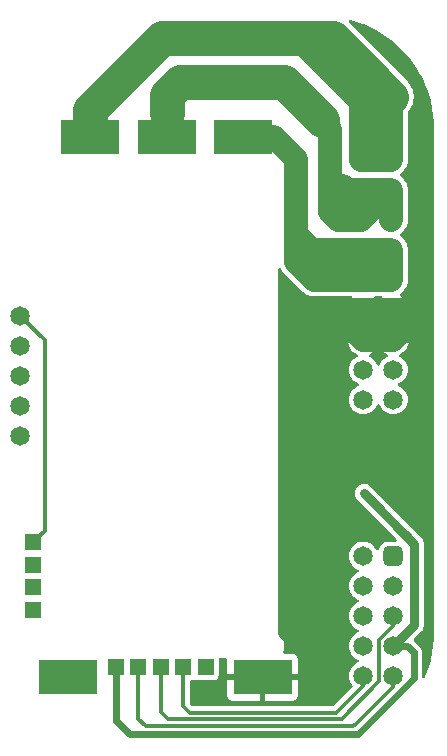
<source format=gtl>
%TF.GenerationSoftware,KiCad,Pcbnew,8.0.6*%
%TF.CreationDate,2024-11-11T21:44:25+01:00*%
%TF.ProjectId,Motor_Driver_carrier_board,4d6f746f-725f-4447-9269-7665725f6361,rev?*%
%TF.SameCoordinates,Original*%
%TF.FileFunction,Copper,L1,Top*%
%TF.FilePolarity,Positive*%
%FSLAX46Y46*%
G04 Gerber Fmt 4.6, Leading zero omitted, Abs format (unit mm)*
G04 Created by KiCad (PCBNEW 8.0.6) date 2024-11-11 21:44:25*
%MOMM*%
%LPD*%
G01*
G04 APERTURE LIST*
G04 Aperture macros list*
%AMRoundRect*
0 Rectangle with rounded corners*
0 $1 Rounding radius*
0 $2 $3 $4 $5 $6 $7 $8 $9 X,Y pos of 4 corners*
0 Add a 4 corners polygon primitive as box body*
4,1,4,$2,$3,$4,$5,$6,$7,$8,$9,$2,$3,0*
0 Add four circle primitives for the rounded corners*
1,1,$1+$1,$2,$3*
1,1,$1+$1,$4,$5*
1,1,$1+$1,$6,$7*
1,1,$1+$1,$8,$9*
0 Add four rect primitives between the rounded corners*
20,1,$1+$1,$2,$3,$4,$5,0*
20,1,$1+$1,$4,$5,$6,$7,0*
20,1,$1+$1,$6,$7,$8,$9,0*
20,1,$1+$1,$8,$9,$2,$3,0*%
G04 Aperture macros list end*
%TA.AperFunction,SMDPad,CuDef*%
%ADD10R,5.000000X3.000000*%
%TD*%
%TA.AperFunction,ComponentPad*%
%ADD11C,1.650000*%
%TD*%
%TA.AperFunction,SMDPad,CuDef*%
%ADD12R,1.400000X1.400000*%
%TD*%
%TA.AperFunction,ComponentPad*%
%ADD13RoundRect,0.412500X0.412500X-0.412500X0.412500X0.412500X-0.412500X0.412500X-0.412500X-0.412500X0*%
%TD*%
%TA.AperFunction,ViaPad*%
%ADD14C,1.200000*%
%TD*%
%TA.AperFunction,ViaPad*%
%ADD15C,0.600000*%
%TD*%
%TA.AperFunction,Conductor*%
%ADD16C,2.000000*%
%TD*%
%TA.AperFunction,Conductor*%
%ADD17C,0.300000*%
%TD*%
%TA.AperFunction,Conductor*%
%ADD18C,3.000000*%
%TD*%
%TA.AperFunction,Conductor*%
%ADD19C,0.800000*%
%TD*%
%TA.AperFunction,Conductor*%
%ADD20C,0.600000*%
%TD*%
%ADD21C,0.350000*%
%ADD22C,0.300000*%
G04 APERTURE END LIST*
D10*
%TO.P,OUT1,1*%
%TO.N,OUT1*%
X127675000Y-46950000D03*
%TD*%
D11*
%TO.P,J3,1,1*%
%TO.N,SWDIO*%
X121800000Y-62120000D03*
%TO.P,J3,2,2*%
%TO.N,SWCLK*%
X121800000Y-64660000D03*
%TO.P,J3,3,3*%
%TO.N,3.3V*%
X121800000Y-67200000D03*
%TO.P,J3,4,4*%
%TO.N,GND*%
X121800000Y-69740000D03*
%TO.P,J3,5,5*%
X121800000Y-72280000D03*
%TD*%
D12*
%TO.P,5V,1*%
%TO.N,5V*%
X129875000Y-91875000D03*
%TD*%
%TO.P,GND,1*%
%TO.N,UART_GND*%
X137475000Y-91875000D03*
%TD*%
D10*
%TO.P,+24V,1*%
%TO.N,24V*%
X142300000Y-92700000D03*
%TD*%
%TO.P,-24V,1*%
%TO.N,GND*%
X125800000Y-92700000D03*
%TD*%
%TO.P,OUT3,1*%
%TO.N,OUT3*%
X140675000Y-46950000D03*
%TD*%
%TO.P,OUT2,1*%
%TO.N,OUT2*%
X134175000Y-46950000D03*
%TD*%
D12*
%TO.P,PWM,1*%
%TO.N,PWM*%
X135575000Y-91875000D03*
%TD*%
D13*
%TO.P,P2,1,1*%
%TO.N,OUT1*%
X153375000Y-46350000D03*
D11*
%TO.P,P2,2,2*%
X150835000Y-46350000D03*
%TO.P,P2,3,3*%
X153375000Y-48890000D03*
%TO.P,P2,4,4*%
X150835000Y-48890000D03*
%TO.P,P2,5,5*%
%TO.N,OUT2*%
X153375000Y-51430000D03*
%TO.P,P2,6,6*%
X150835000Y-51430000D03*
%TO.P,P2,7,7*%
X153375000Y-53970000D03*
%TO.P,P2,8,8*%
X150835000Y-53970000D03*
%TO.P,P2,9,9*%
%TO.N,OUT3*%
X153375000Y-56510000D03*
%TO.P,P2,10,10*%
X150835000Y-56510000D03*
%TO.P,P2,11,11*%
X153375000Y-59050000D03*
%TO.P,P2,12,12*%
X150835000Y-59050000D03*
%TO.P,P2,13,13*%
%TO.N,24V*%
X153375000Y-61590000D03*
%TO.P,P2,14,14*%
X150835000Y-61590000D03*
%TO.P,P2,15,15*%
X153375000Y-64130000D03*
%TO.P,P2,16,16*%
X150835000Y-64130000D03*
%TO.P,P2,17,17*%
%TO.N,GND*%
X153375000Y-66670000D03*
%TO.P,P2,18,18*%
X150835000Y-66670000D03*
%TO.P,P2,19,19*%
X153375000Y-69210000D03*
%TO.P,P2,20,20*%
X150835000Y-69210000D03*
D13*
%TO.P,P2,21,21*%
%TO.N,H2*%
X153375000Y-82450000D03*
D11*
%TO.P,P2,22,22*%
%TO.N,H3*%
X150835000Y-82450000D03*
%TO.P,P2,23,23*%
%TO.N,H1*%
X153375000Y-84990000D03*
%TO.P,P2,24,24*%
%TO.N,5V*%
X150835000Y-84990000D03*
%TO.P,P2,25,25*%
%TO.N,RX*%
X153375000Y-87530000D03*
%TO.P,P2,26,26*%
%TO.N,GND*%
X150835000Y-87530000D03*
%TO.P,P2,27,27*%
%TO.N,5V*%
X153375000Y-90070000D03*
%TO.P,P2,28,28*%
%TO.N,GND*%
X150835000Y-90070000D03*
%TO.P,P2,29,29*%
%TO.N,TX*%
X153375000Y-92610000D03*
%TO.P,P2,30,30*%
%TO.N,PWM*%
X150835000Y-92610000D03*
%TD*%
D12*
%TO.P,SWDIO,1*%
%TO.N,SWDIO*%
X122900000Y-81300000D03*
%TD*%
%TO.P,TX,1*%
%TO.N,TX*%
X131775000Y-91875000D03*
%TD*%
%TO.P,GND,1*%
%TO.N,GND*%
X122900000Y-87000000D03*
%TD*%
%TO.P,SWCLK,1*%
%TO.N,SWCLK*%
X122900000Y-83200000D03*
%TD*%
%TO.P,+3.3V,1*%
%TO.N,3.3V*%
X122900000Y-85100000D03*
%TD*%
%TO.P,RX,1*%
%TO.N,RX*%
X133675000Y-91875000D03*
%TD*%
D14*
%TO.N,GND*%
X124110000Y-91920000D03*
X125790000Y-91910000D03*
X127440000Y-91950000D03*
X127440000Y-93370000D03*
X124110000Y-93360000D03*
D15*
X122900000Y-87000000D03*
D14*
X125800000Y-93300000D03*
D15*
%TO.N,3.3V*%
X122900000Y-85100000D03*
%TO.N,SWCLK*%
X122900000Y-83200000D03*
%TO.N,5V*%
X150900000Y-77150000D03*
%TD*%
D16*
%TO.N,24V*%
X155140000Y-61590000D02*
X155180000Y-61550000D01*
X153375000Y-61590000D02*
X155140000Y-61590000D01*
X155180000Y-61550000D02*
X155180000Y-62325000D01*
X155180000Y-62325000D02*
X153375000Y-64130000D01*
X148830000Y-61590000D02*
X148670000Y-61750000D01*
X150835000Y-61590000D02*
X148830000Y-61590000D01*
X148670000Y-61750000D02*
X148670000Y-61965000D01*
X148670000Y-61965000D02*
X150835000Y-64130000D01*
X153375000Y-64130000D02*
X150835000Y-61590000D01*
X150835000Y-64130000D02*
X153375000Y-61590000D01*
X153375000Y-64130000D02*
X150835000Y-64130000D01*
X150835000Y-61590000D02*
X153375000Y-61590000D01*
%TO.N,GND*%
X125800000Y-92700000D02*
X124900000Y-92700000D01*
D17*
%TO.N,SWDIO*%
X123900000Y-72019584D02*
X123844500Y-71964084D01*
X123844500Y-71964084D02*
X123844500Y-64164500D01*
X123844500Y-64164500D02*
X121800000Y-62120000D01*
X123900000Y-80200416D02*
X123900000Y-72019584D01*
X122900000Y-81300000D02*
X123863550Y-80336450D01*
X123863550Y-80336450D02*
X123900000Y-80200416D01*
%TO.N,UART_GND*%
X137475000Y-91875000D02*
X137650000Y-92050000D01*
X137475000Y-91875000D02*
X137475000Y-91825000D01*
X137475000Y-91825000D02*
X137500000Y-91800000D01*
D16*
%TO.N,OUT3*%
X145173026Y-57573026D02*
X145750000Y-58150000D01*
X143307361Y-46950000D02*
X140675000Y-46950000D01*
X150660000Y-59050000D02*
X153200000Y-56510000D01*
X145173026Y-48815665D02*
X143307361Y-46950000D01*
X153200000Y-56510000D02*
X153200000Y-59050000D01*
X145750000Y-58150000D02*
X148950000Y-58150000D01*
X145173026Y-55200000D02*
X145173026Y-48815665D01*
X146650000Y-59050000D02*
X145173026Y-57573026D01*
X150660000Y-57810000D02*
X150660000Y-56510000D01*
X150660000Y-59050000D02*
X146650000Y-59050000D01*
X145173026Y-57573026D02*
X145173026Y-55200000D01*
X146483026Y-56510000D02*
X145173026Y-55200000D01*
X150660000Y-56510000D02*
X146483026Y-56510000D01*
X151280000Y-58430000D02*
X150660000Y-57810000D01*
X153200000Y-59050000D02*
X150660000Y-59050000D01*
X150660000Y-56510000D02*
X153200000Y-56510000D01*
D18*
%TO.N,OUT1*%
X153200000Y-43550000D02*
X148250000Y-38600000D01*
X148250000Y-38600000D02*
X145900000Y-38600000D01*
D16*
X153200000Y-48890000D02*
X153200000Y-46350000D01*
D18*
X150660000Y-43360000D02*
X145900000Y-38600000D01*
D16*
X153200000Y-43550000D02*
X152100000Y-44650000D01*
X153200000Y-43550000D02*
X153200000Y-46350000D01*
X150660000Y-48890000D02*
X153200000Y-48890000D01*
D18*
X127675000Y-44725000D02*
X127675000Y-45225000D01*
D16*
X127675000Y-46950000D02*
X127675000Y-45225000D01*
X150660000Y-46350000D02*
X150660000Y-43360000D01*
D18*
X145900000Y-38600000D02*
X133800000Y-38600000D01*
D16*
X152100000Y-44650000D02*
X151800000Y-44650000D01*
D18*
X133800000Y-38600000D02*
X127675000Y-44725000D01*
D16*
X150660000Y-46350000D02*
X150660000Y-48890000D01*
X153200000Y-46350000D02*
X150660000Y-48890000D01*
X153200000Y-46350000D02*
X150660000Y-46350000D01*
%TO.N,OUT2*%
X148050000Y-53300000D02*
X148050000Y-46250000D01*
D18*
X135300000Y-42300000D02*
X144100000Y-42300000D01*
D16*
X150660000Y-51430000D02*
X150660000Y-53970000D01*
X150660000Y-51430000D02*
X153200000Y-51430000D01*
X149400000Y-51400000D02*
X149400000Y-52550000D01*
X150660000Y-53970000D02*
X148720000Y-53970000D01*
D18*
X134175000Y-43425000D02*
X135300000Y-42300000D01*
D16*
X149100000Y-51100000D02*
X149400000Y-51400000D01*
X134175000Y-46950000D02*
X134175000Y-44975000D01*
D18*
X134175000Y-44975000D02*
X134175000Y-43425000D01*
D16*
X150660000Y-51430000D02*
X149430000Y-51430000D01*
X153200000Y-51430000D02*
X153200000Y-53970000D01*
X148720000Y-53970000D02*
X148050000Y-53300000D01*
X149430000Y-51430000D02*
X149100000Y-51100000D01*
D18*
X144100000Y-42300000D02*
X147300000Y-45500000D01*
D16*
X150660000Y-53970000D02*
X153200000Y-51430000D01*
D17*
%TO.N,TX*%
X149879420Y-96850000D02*
X150132102Y-96767898D01*
X150132102Y-96767898D02*
X153375000Y-93525000D01*
X131775000Y-91875000D02*
X131775000Y-96225000D01*
X132400000Y-96850000D02*
X149879420Y-96850000D01*
X131775000Y-96225000D02*
X132400000Y-96850000D01*
X153375000Y-93525000D02*
X153375000Y-92610000D01*
D16*
%TO.N,24V*%
X142300000Y-92700000D02*
X143357362Y-92700000D01*
D17*
%TO.N,PWM*%
X135575000Y-95125000D02*
X136150000Y-95700000D01*
X135575000Y-91875000D02*
X135575000Y-95125000D01*
X150835000Y-93415000D02*
X150835000Y-92610000D01*
X148550000Y-95700000D02*
X150835000Y-93415000D01*
X136150000Y-95700000D02*
X148550000Y-95700000D01*
D19*
%TO.N,5V*%
X155150000Y-81400000D02*
X154325000Y-80575000D01*
D20*
X150346652Y-97553348D02*
X155100000Y-92800000D01*
X129875000Y-96375000D02*
X131053348Y-97553348D01*
X129875000Y-91875000D02*
X129875000Y-96375000D01*
X131053348Y-97553348D02*
X150346652Y-97553348D01*
D19*
X155150000Y-81400000D02*
X155150000Y-82200000D01*
D20*
X154570000Y-90070000D02*
X153375000Y-90070000D01*
X155100000Y-92800000D02*
X155100000Y-90600000D01*
D19*
X155150000Y-88295000D02*
X155150000Y-81400000D01*
X150900000Y-77150000D02*
X155150000Y-81400000D01*
D20*
X155100000Y-90600000D02*
X154570000Y-90070000D01*
D19*
X153375000Y-90070000D02*
X155150000Y-88295000D01*
D17*
%TO.N,RX*%
X153375000Y-88375000D02*
X153375000Y-87530000D01*
X148988123Y-96250000D02*
X152200000Y-93038123D01*
X134300000Y-96250000D02*
X148988123Y-96250000D01*
X133675000Y-91875000D02*
X133675000Y-95625000D01*
X133675000Y-95625000D02*
X134300000Y-96250000D01*
X152200000Y-89550000D02*
X153375000Y-88375000D01*
X152200000Y-93038123D02*
X152200000Y-89550000D01*
%TO.N,H2*%
X153150000Y-82225000D02*
X153375000Y-82450000D01*
%TD*%
%TA.AperFunction,Conductor*%
%TO.N,24V*%
G36*
X149733331Y-37066241D02*
G01*
X150283404Y-37228488D01*
X150290758Y-37230910D01*
X150845350Y-37433010D01*
X150852532Y-37435885D01*
X151393414Y-37672312D01*
X151400416Y-37675639D01*
X151925419Y-37945449D01*
X151932167Y-37949188D01*
X152403219Y-38229859D01*
X152439259Y-38251333D01*
X152445801Y-38255514D01*
X152932953Y-38588785D01*
X152939213Y-38593361D01*
X153404582Y-38956494D01*
X153410551Y-38961460D01*
X153852255Y-39352989D01*
X153857880Y-39358298D01*
X154058712Y-39560131D01*
X154274226Y-39776720D01*
X154279523Y-39782388D01*
X154535352Y-40073910D01*
X154668853Y-40226038D01*
X154673790Y-40232033D01*
X155034590Y-40699187D01*
X155039142Y-40705478D01*
X155369985Y-41194283D01*
X155374134Y-41200846D01*
X155673743Y-41709418D01*
X155677473Y-41716229D01*
X155944659Y-42242552D01*
X155947955Y-42249583D01*
X156181667Y-42791583D01*
X156184517Y-42798806D01*
X156383854Y-43354391D01*
X156386246Y-43361779D01*
X156550412Y-43928737D01*
X156552337Y-43936260D01*
X156680694Y-44512381D01*
X156682145Y-44520009D01*
X156774192Y-45103051D01*
X156775162Y-45110755D01*
X156830534Y-45698404D01*
X156831020Y-45706155D01*
X156849561Y-46298045D01*
X156849622Y-46301927D01*
X156849500Y-88834106D01*
X156849500Y-88898046D01*
X156849439Y-88901941D01*
X156830877Y-89492582D01*
X156830388Y-89500356D01*
X156774959Y-90086732D01*
X156773982Y-90094461D01*
X156681849Y-90676169D01*
X156680390Y-90683821D01*
X156551903Y-91258638D01*
X156549965Y-91266183D01*
X156385648Y-91831765D01*
X156383241Y-91839174D01*
X156183735Y-92393323D01*
X156180868Y-92400565D01*
X156038302Y-92730017D01*
X155993612Y-92783725D01*
X155926979Y-92804746D01*
X155859559Y-92786406D01*
X155812758Y-92734527D01*
X155800500Y-92680771D01*
X155800500Y-90531004D01*
X155773581Y-90395677D01*
X155773580Y-90395676D01*
X155773580Y-90395672D01*
X155753523Y-90347251D01*
X155720775Y-90268189D01*
X155644114Y-90153457D01*
X155644112Y-90153454D01*
X155644111Y-90153453D01*
X155121548Y-89630891D01*
X155088063Y-89569568D01*
X155093047Y-89499877D01*
X155121548Y-89455529D01*
X155408179Y-89168899D01*
X155771789Y-88805289D01*
X155859394Y-88674179D01*
X155919737Y-88528497D01*
X155950500Y-88373842D01*
X155950500Y-88216158D01*
X155950500Y-81321158D01*
X155948832Y-81312774D01*
X155946367Y-81300375D01*
X155946367Y-81300374D01*
X155928533Y-81210721D01*
X155919738Y-81166503D01*
X155859394Y-81020821D01*
X155859392Y-81020818D01*
X155859390Y-81020814D01*
X155771789Y-80889711D01*
X155771786Y-80889707D01*
X151410292Y-76528213D01*
X151410288Y-76528210D01*
X151279185Y-76440609D01*
X151279172Y-76440602D01*
X151133501Y-76380264D01*
X151133489Y-76380261D01*
X150978845Y-76349500D01*
X150978842Y-76349500D01*
X150821158Y-76349500D01*
X150821155Y-76349500D01*
X150666510Y-76380261D01*
X150666498Y-76380264D01*
X150520827Y-76440602D01*
X150520814Y-76440609D01*
X150389711Y-76528210D01*
X150389707Y-76528213D01*
X150278213Y-76639707D01*
X150278210Y-76639711D01*
X150190609Y-76770814D01*
X150190602Y-76770827D01*
X150130264Y-76916498D01*
X150130261Y-76916510D01*
X150099500Y-77071153D01*
X150099500Y-77228846D01*
X150130261Y-77383489D01*
X150130264Y-77383501D01*
X150190602Y-77529172D01*
X150190609Y-77529185D01*
X150278210Y-77660288D01*
X150278213Y-77660292D01*
X153630741Y-81012819D01*
X153664226Y-81074142D01*
X153659242Y-81143834D01*
X153617370Y-81199767D01*
X153551906Y-81224184D01*
X153543060Y-81224500D01*
X152916845Y-81224500D01*
X152916841Y-81224501D01*
X152780450Y-81239867D01*
X152607520Y-81300378D01*
X152452395Y-81397849D01*
X152322849Y-81527395D01*
X152225377Y-81682522D01*
X152189599Y-81784769D01*
X152172054Y-81834914D01*
X152164867Y-81855453D01*
X152164602Y-81857804D01*
X152164007Y-81859219D01*
X152163317Y-81862242D01*
X152162787Y-81862121D01*
X152137529Y-81922215D01*
X152079931Y-81961765D01*
X152010094Y-81963896D01*
X151950191Y-81927933D01*
X151929001Y-81896313D01*
X151900370Y-81834914D01*
X151900367Y-81834908D01*
X151777376Y-81659259D01*
X151777371Y-81659253D01*
X151625745Y-81507627D01*
X151450090Y-81384631D01*
X151313964Y-81321155D01*
X151255747Y-81294008D01*
X151255743Y-81294007D01*
X151255739Y-81294005D01*
X151048624Y-81238509D01*
X151048620Y-81238508D01*
X151048619Y-81238508D01*
X151048618Y-81238507D01*
X151048613Y-81238507D01*
X150835002Y-81219819D01*
X150834998Y-81219819D01*
X150621386Y-81238507D01*
X150621375Y-81238509D01*
X150414260Y-81294005D01*
X150414251Y-81294009D01*
X150219910Y-81384631D01*
X150219908Y-81384632D01*
X150044259Y-81507623D01*
X150044253Y-81507628D01*
X149892628Y-81659253D01*
X149892623Y-81659259D01*
X149769632Y-81834908D01*
X149769631Y-81834910D01*
X149679009Y-82029251D01*
X149679005Y-82029260D01*
X149623509Y-82236375D01*
X149623507Y-82236386D01*
X149604819Y-82449998D01*
X149604819Y-82450001D01*
X149623507Y-82663613D01*
X149623509Y-82663624D01*
X149679005Y-82870739D01*
X149679007Y-82870743D01*
X149679008Y-82870747D01*
X149724320Y-82967919D01*
X149769631Y-83065090D01*
X149769632Y-83065091D01*
X149892627Y-83240745D01*
X150044255Y-83392373D01*
X150219909Y-83515368D01*
X150400592Y-83599622D01*
X150417740Y-83607618D01*
X150470179Y-83653790D01*
X150489331Y-83720984D01*
X150469115Y-83787865D01*
X150417740Y-83832382D01*
X150219910Y-83924631D01*
X150219908Y-83924632D01*
X150044259Y-84047623D01*
X150044253Y-84047628D01*
X149892628Y-84199253D01*
X149892623Y-84199259D01*
X149769632Y-84374908D01*
X149769631Y-84374910D01*
X149679009Y-84569251D01*
X149679005Y-84569260D01*
X149623509Y-84776375D01*
X149623507Y-84776386D01*
X149604819Y-84989998D01*
X149604819Y-84990001D01*
X149623507Y-85203613D01*
X149623509Y-85203624D01*
X149679005Y-85410739D01*
X149679007Y-85410743D01*
X149679008Y-85410747D01*
X149724320Y-85507919D01*
X149769631Y-85605090D01*
X149769632Y-85605091D01*
X149892627Y-85780745D01*
X150044255Y-85932373D01*
X150200686Y-86041908D01*
X150219909Y-86055368D01*
X150417740Y-86147618D01*
X150470179Y-86193790D01*
X150489331Y-86260984D01*
X150469115Y-86327865D01*
X150417740Y-86372382D01*
X150219910Y-86464631D01*
X150219908Y-86464632D01*
X150044259Y-86587623D01*
X150044253Y-86587628D01*
X149892628Y-86739253D01*
X149892623Y-86739259D01*
X149769632Y-86914908D01*
X149769631Y-86914910D01*
X149679009Y-87109251D01*
X149679005Y-87109260D01*
X149623509Y-87316375D01*
X149623507Y-87316386D01*
X149604819Y-87529998D01*
X149604819Y-87530001D01*
X149623507Y-87743613D01*
X149623509Y-87743624D01*
X149679005Y-87950739D01*
X149679007Y-87950743D01*
X149679008Y-87950747D01*
X149715053Y-88028045D01*
X149769631Y-88145090D01*
X149769632Y-88145091D01*
X149892627Y-88320745D01*
X150044255Y-88472373D01*
X150124408Y-88528497D01*
X150219909Y-88595368D01*
X150417740Y-88687618D01*
X150470179Y-88733790D01*
X150489331Y-88800984D01*
X150469115Y-88867865D01*
X150417740Y-88912382D01*
X150219910Y-89004631D01*
X150219908Y-89004632D01*
X150044259Y-89127623D01*
X150044253Y-89127628D01*
X149892628Y-89279253D01*
X149892623Y-89279259D01*
X149769632Y-89454908D01*
X149769631Y-89454910D01*
X149679009Y-89649251D01*
X149679005Y-89649260D01*
X149623509Y-89856375D01*
X149623507Y-89856386D01*
X149604819Y-90069998D01*
X149604819Y-90070001D01*
X149623507Y-90283613D01*
X149623509Y-90283624D01*
X149679005Y-90490739D01*
X149679007Y-90490743D01*
X149679008Y-90490747D01*
X149693674Y-90522198D01*
X149769631Y-90685090D01*
X149784555Y-90706403D01*
X149892627Y-90860745D01*
X150044255Y-91012373D01*
X150125318Y-91069134D01*
X150219909Y-91135368D01*
X150417740Y-91227618D01*
X150470179Y-91273790D01*
X150489331Y-91340984D01*
X150469115Y-91407865D01*
X150417740Y-91452382D01*
X150219910Y-91544631D01*
X150219908Y-91544632D01*
X150044259Y-91667623D01*
X150044253Y-91667628D01*
X149892628Y-91819253D01*
X149892623Y-91819259D01*
X149769632Y-91994908D01*
X149769631Y-91994910D01*
X149679009Y-92189251D01*
X149679005Y-92189260D01*
X149623509Y-92396375D01*
X149623507Y-92396386D01*
X149604819Y-92609998D01*
X149604819Y-92610001D01*
X149623507Y-92823613D01*
X149623509Y-92823624D01*
X149679005Y-93030739D01*
X149679007Y-93030743D01*
X149679008Y-93030747D01*
X149704921Y-93086318D01*
X149769631Y-93225090D01*
X149892627Y-93400745D01*
X149893997Y-93402115D01*
X149894406Y-93402864D01*
X149896105Y-93404889D01*
X149895698Y-93405230D01*
X149927482Y-93463438D01*
X149922498Y-93533130D01*
X149893997Y-93577477D01*
X148358294Y-95113181D01*
X148296971Y-95146666D01*
X148270613Y-95149500D01*
X136429387Y-95149500D01*
X136362348Y-95129815D01*
X136341706Y-95113181D01*
X136161819Y-94933294D01*
X136128334Y-94871971D01*
X136125500Y-94845613D01*
X136125500Y-94247844D01*
X139300000Y-94247844D01*
X139306401Y-94307372D01*
X139306403Y-94307379D01*
X139356645Y-94442086D01*
X139356649Y-94442093D01*
X139442809Y-94557187D01*
X139442812Y-94557190D01*
X139557906Y-94643350D01*
X139557913Y-94643354D01*
X139692620Y-94693596D01*
X139692627Y-94693598D01*
X139752155Y-94699999D01*
X139752172Y-94700000D01*
X142050000Y-94700000D01*
X142550000Y-94700000D01*
X144847828Y-94700000D01*
X144847844Y-94699999D01*
X144907372Y-94693598D01*
X144907379Y-94693596D01*
X145042086Y-94643354D01*
X145042093Y-94643350D01*
X145157187Y-94557190D01*
X145157190Y-94557187D01*
X145243350Y-94442093D01*
X145243354Y-94442086D01*
X145293596Y-94307379D01*
X145293598Y-94307372D01*
X145299999Y-94247844D01*
X145300000Y-94247827D01*
X145300000Y-92950000D01*
X142550000Y-92950000D01*
X142550000Y-94700000D01*
X142050000Y-94700000D01*
X142050000Y-92950000D01*
X139300000Y-92950000D01*
X139300000Y-94247844D01*
X136125500Y-94247844D01*
X136125500Y-93099499D01*
X136145185Y-93032460D01*
X136197989Y-92986705D01*
X136249500Y-92975499D01*
X136306517Y-92975499D01*
X136306518Y-92975499D01*
X136400304Y-92960646D01*
X136468705Y-92925793D01*
X136537373Y-92912897D01*
X136581292Y-92925792D01*
X136611361Y-92941113D01*
X136649698Y-92960647D01*
X136743475Y-92975499D01*
X136743481Y-92975500D01*
X138206518Y-92975499D01*
X138300304Y-92960646D01*
X138413342Y-92903050D01*
X138503050Y-92813342D01*
X138560646Y-92700304D01*
X138560646Y-92700302D01*
X138560647Y-92700301D01*
X138571282Y-92633147D01*
X138575500Y-92606519D01*
X138575499Y-91174499D01*
X138595184Y-91107461D01*
X138647987Y-91061706D01*
X138699499Y-91050500D01*
X139176000Y-91050500D01*
X139243039Y-91070185D01*
X139288794Y-91122989D01*
X139300000Y-91174500D01*
X139300000Y-92450000D01*
X145300000Y-92450000D01*
X145300000Y-91152172D01*
X145299999Y-91152155D01*
X145293598Y-91092627D01*
X145293596Y-91092620D01*
X145243354Y-90957913D01*
X145243350Y-90957906D01*
X145157190Y-90842812D01*
X145157187Y-90842809D01*
X145042093Y-90756649D01*
X145042086Y-90756645D01*
X144907379Y-90706403D01*
X144907372Y-90706401D01*
X144847844Y-90700000D01*
X144144678Y-90700000D01*
X144077639Y-90680315D01*
X144031884Y-90627511D01*
X144021940Y-90558353D01*
X144032956Y-90522201D01*
X144092030Y-90399536D01*
X144140589Y-90218308D01*
X144154610Y-90031211D01*
X144133603Y-89844770D01*
X144078301Y-89665485D01*
X143990632Y-89499606D01*
X143873652Y-89352918D01*
X143873650Y-89352916D01*
X143873646Y-89352912D01*
X143788051Y-89279253D01*
X143731441Y-89230536D01*
X143714729Y-89220863D01*
X143713717Y-89220185D01*
X143712485Y-89219474D01*
X143712188Y-89219162D01*
X143701355Y-89211914D01*
X143700869Y-89211541D01*
X143702677Y-89209184D01*
X143664277Y-89168899D01*
X143653648Y-89125010D01*
X143651386Y-89125282D01*
X143651383Y-89125257D01*
X143650621Y-89112511D01*
X143650502Y-89112019D01*
X143650502Y-89110532D01*
X143650500Y-89110483D01*
X143650500Y-58186266D01*
X143670185Y-58119227D01*
X143722989Y-58073472D01*
X143792147Y-58063528D01*
X143855703Y-58092553D01*
X143884985Y-58129971D01*
X143975213Y-58307051D01*
X144104777Y-58485383D01*
X144104781Y-58485387D01*
X144104784Y-58485391D01*
X144260661Y-58641268D01*
X144264991Y-58645598D01*
X144265002Y-58645608D01*
X144678632Y-59059238D01*
X144678661Y-59059269D01*
X144841954Y-59222562D01*
X144841976Y-59222582D01*
X145578632Y-59959238D01*
X145578646Y-59959253D01*
X145581756Y-59962363D01*
X145581758Y-59962365D01*
X145737635Y-60118242D01*
X145737638Y-60118244D01*
X145737642Y-60118248D01*
X145863780Y-60209891D01*
X145915978Y-60247815D01*
X146036501Y-60309225D01*
X146112393Y-60347895D01*
X146112396Y-60347896D01*
X146200180Y-60376418D01*
X146322049Y-60416015D01*
X146539779Y-60450501D01*
X146539780Y-60450501D01*
X146765333Y-60450501D01*
X146765357Y-60450500D01*
X149801304Y-60450500D01*
X149868343Y-60470185D01*
X149914098Y-60522989D01*
X149924042Y-60592147D01*
X149895017Y-60655703D01*
X149888985Y-60662181D01*
X149816114Y-60735051D01*
X149683133Y-60924968D01*
X149683132Y-60924970D01*
X149585152Y-61135090D01*
X149585148Y-61135099D01*
X149530247Y-61340000D01*
X150344252Y-61340000D01*
X150322482Y-61377708D01*
X150285000Y-61517591D01*
X150285000Y-61662409D01*
X150322482Y-61802292D01*
X150344252Y-61840000D01*
X149530247Y-61840000D01*
X149585148Y-62044900D01*
X149585152Y-62044909D01*
X149683132Y-62255030D01*
X149816118Y-62444951D01*
X149980048Y-62608881D01*
X150169970Y-62741867D01*
X150169974Y-62741869D01*
X150182303Y-62747619D01*
X150234742Y-62793792D01*
X150253893Y-62860986D01*
X150233676Y-62927867D01*
X150182303Y-62972381D01*
X150169975Y-62978129D01*
X150169968Y-62978133D01*
X149980051Y-63111114D01*
X149816114Y-63275051D01*
X149683133Y-63464968D01*
X149683132Y-63464970D01*
X149585152Y-63675090D01*
X149585148Y-63675099D01*
X149530247Y-63880000D01*
X150344252Y-63880000D01*
X150322482Y-63917708D01*
X150285000Y-64057591D01*
X150285000Y-64202409D01*
X150322482Y-64342292D01*
X150344252Y-64380000D01*
X149530247Y-64380000D01*
X149585148Y-64584900D01*
X149585152Y-64584909D01*
X149683132Y-64795030D01*
X149816118Y-64984951D01*
X149980048Y-65148881D01*
X150169969Y-65281867D01*
X150300021Y-65342511D01*
X150352460Y-65388683D01*
X150371612Y-65455877D01*
X150351396Y-65522758D01*
X150300021Y-65567275D01*
X150219910Y-65604631D01*
X150219908Y-65604632D01*
X150044259Y-65727623D01*
X150044253Y-65727628D01*
X149892628Y-65879253D01*
X149892623Y-65879259D01*
X149769632Y-66054908D01*
X149769631Y-66054910D01*
X149679009Y-66249251D01*
X149679005Y-66249260D01*
X149623509Y-66456375D01*
X149623507Y-66456386D01*
X149604819Y-66669998D01*
X149604819Y-66670001D01*
X149623507Y-66883613D01*
X149623509Y-66883624D01*
X149679005Y-67090739D01*
X149679007Y-67090743D01*
X149679008Y-67090747D01*
X149724320Y-67187919D01*
X149769631Y-67285090D01*
X149769632Y-67285091D01*
X149892627Y-67460745D01*
X150044255Y-67612373D01*
X150056216Y-67620748D01*
X150219909Y-67735368D01*
X150417740Y-67827618D01*
X150470179Y-67873790D01*
X150489331Y-67940984D01*
X150469115Y-68007865D01*
X150417740Y-68052382D01*
X150219910Y-68144631D01*
X150219908Y-68144632D01*
X150044259Y-68267623D01*
X150044253Y-68267628D01*
X149892628Y-68419253D01*
X149892623Y-68419259D01*
X149769632Y-68594908D01*
X149769631Y-68594910D01*
X149679009Y-68789251D01*
X149679005Y-68789260D01*
X149623509Y-68996375D01*
X149623507Y-68996386D01*
X149604819Y-69209998D01*
X149604819Y-69210001D01*
X149623507Y-69423613D01*
X149623509Y-69423624D01*
X149679005Y-69630739D01*
X149679007Y-69630743D01*
X149679008Y-69630747D01*
X149724320Y-69727919D01*
X149769631Y-69825090D01*
X149769632Y-69825091D01*
X149892627Y-70000745D01*
X150044255Y-70152373D01*
X150219909Y-70275368D01*
X150414253Y-70365992D01*
X150621381Y-70421492D01*
X150773966Y-70434841D01*
X150834998Y-70440181D01*
X150835000Y-70440181D01*
X150835002Y-70440181D01*
X150888404Y-70435508D01*
X151048619Y-70421492D01*
X151255747Y-70365992D01*
X151450091Y-70275368D01*
X151625745Y-70152373D01*
X151777373Y-70000745D01*
X151900368Y-69825091D01*
X151990992Y-69630747D01*
X151990992Y-69630744D01*
X151992618Y-69627259D01*
X152038790Y-69574820D01*
X152105984Y-69555668D01*
X152172865Y-69575884D01*
X152217382Y-69627259D01*
X152219007Y-69630744D01*
X152219008Y-69630747D01*
X152309632Y-69825091D01*
X152432627Y-70000745D01*
X152584255Y-70152373D01*
X152759909Y-70275368D01*
X152954253Y-70365992D01*
X153161381Y-70421492D01*
X153313966Y-70434841D01*
X153374998Y-70440181D01*
X153375000Y-70440181D01*
X153375002Y-70440181D01*
X153428404Y-70435508D01*
X153588619Y-70421492D01*
X153795747Y-70365992D01*
X153990091Y-70275368D01*
X154165745Y-70152373D01*
X154317373Y-70000745D01*
X154440368Y-69825091D01*
X154530992Y-69630747D01*
X154586492Y-69423619D01*
X154605181Y-69210000D01*
X154586492Y-68996381D01*
X154530992Y-68789253D01*
X154440368Y-68594910D01*
X154432734Y-68584008D01*
X154317376Y-68419259D01*
X154317371Y-68419253D01*
X154165745Y-68267627D01*
X154162517Y-68265367D01*
X153990091Y-68144632D01*
X153795747Y-68054008D01*
X153795744Y-68054007D01*
X153792259Y-68052382D01*
X153739820Y-68006210D01*
X153720668Y-67939016D01*
X153740884Y-67872135D01*
X153792259Y-67827618D01*
X153795744Y-67825992D01*
X153795747Y-67825992D01*
X153990091Y-67735368D01*
X154165745Y-67612373D01*
X154317373Y-67460745D01*
X154440368Y-67285091D01*
X154530992Y-67090747D01*
X154586492Y-66883619D01*
X154605181Y-66670000D01*
X154586492Y-66456381D01*
X154530992Y-66249253D01*
X154440368Y-66054910D01*
X154432734Y-66044008D01*
X154317376Y-65879259D01*
X154317371Y-65879253D01*
X154165745Y-65727627D01*
X154162517Y-65725367D01*
X153990091Y-65604632D01*
X153909977Y-65567274D01*
X153857539Y-65521103D01*
X153838387Y-65453909D01*
X153858603Y-65387028D01*
X153909979Y-65342511D01*
X154040027Y-65281868D01*
X154040029Y-65281867D01*
X154229951Y-65148881D01*
X154393881Y-64984951D01*
X154526867Y-64795030D01*
X154624847Y-64584909D01*
X154624851Y-64584900D01*
X154679753Y-64380000D01*
X153865748Y-64380000D01*
X153887518Y-64342292D01*
X153925000Y-64202409D01*
X153925000Y-64057591D01*
X153887518Y-63917708D01*
X153865748Y-63880000D01*
X154679752Y-63880000D01*
X154624851Y-63675099D01*
X154624847Y-63675090D01*
X154526867Y-63464970D01*
X154526866Y-63464968D01*
X154393885Y-63275051D01*
X154229951Y-63111118D01*
X154040032Y-62978134D01*
X154027698Y-62972383D01*
X153975258Y-62926211D01*
X153956106Y-62859017D01*
X153976321Y-62792136D01*
X154027698Y-62747617D01*
X154040032Y-62741865D01*
X154229951Y-62608881D01*
X154393881Y-62444951D01*
X154526867Y-62255030D01*
X154624847Y-62044909D01*
X154624851Y-62044900D01*
X154679753Y-61840000D01*
X153865748Y-61840000D01*
X153887518Y-61802292D01*
X153925000Y-61662409D01*
X153925000Y-61517591D01*
X153887518Y-61377708D01*
X153865748Y-61340000D01*
X154679752Y-61340000D01*
X154624851Y-61135099D01*
X154624847Y-61135090D01*
X154526867Y-60924970D01*
X154526866Y-60924968D01*
X154393885Y-60735051D01*
X154229951Y-60571118D01*
X154040030Y-60438132D01*
X154006701Y-60422591D01*
X153954262Y-60376418D01*
X153935110Y-60309225D01*
X153955326Y-60242344D01*
X153986221Y-60209891D01*
X154112359Y-60118247D01*
X154112361Y-60118244D01*
X154112365Y-60118242D01*
X154268242Y-59962365D01*
X154397815Y-59784022D01*
X154497895Y-59587606D01*
X154566015Y-59377951D01*
X154579684Y-59291638D01*
X154582381Y-59278959D01*
X154586492Y-59263619D01*
X154589038Y-59234505D01*
X154590088Y-59225950D01*
X154600500Y-59160222D01*
X154600500Y-59108916D01*
X154600972Y-59098108D01*
X154605181Y-59050000D01*
X154605181Y-59049998D01*
X154600972Y-59001889D01*
X154600500Y-58991082D01*
X154600500Y-56568916D01*
X154600972Y-56558108D01*
X154605181Y-56510000D01*
X154605181Y-56509998D01*
X154600972Y-56461889D01*
X154600500Y-56451082D01*
X154600500Y-56399779D01*
X154590091Y-56334065D01*
X154589038Y-56325493D01*
X154586492Y-56296381D01*
X154582378Y-56281031D01*
X154579685Y-56268364D01*
X154566015Y-56182049D01*
X154497895Y-55972394D01*
X154497895Y-55972393D01*
X154463237Y-55904375D01*
X154397815Y-55775978D01*
X154381260Y-55753192D01*
X154268247Y-55597641D01*
X154268243Y-55597636D01*
X154112363Y-55441756D01*
X154112358Y-55441752D01*
X153972745Y-55340318D01*
X153930079Y-55284989D01*
X153924100Y-55215375D01*
X153956705Y-55153580D01*
X153972745Y-55139682D01*
X154112358Y-55038247D01*
X154112356Y-55038247D01*
X154112365Y-55038242D01*
X154268242Y-54882365D01*
X154397815Y-54704022D01*
X154497895Y-54507606D01*
X154566015Y-54297951D01*
X154579684Y-54211638D01*
X154582381Y-54198959D01*
X154586492Y-54183619D01*
X154589038Y-54154505D01*
X154590088Y-54145950D01*
X154600500Y-54080222D01*
X154600500Y-54028916D01*
X154600972Y-54018108D01*
X154602240Y-54003621D01*
X154605181Y-53970000D01*
X154600972Y-53921889D01*
X154600500Y-53911082D01*
X154600500Y-51488916D01*
X154600972Y-51478108D01*
X154605181Y-51430000D01*
X154605181Y-51429998D01*
X154600972Y-51381889D01*
X154600500Y-51371082D01*
X154600500Y-51319779D01*
X154590091Y-51254065D01*
X154589038Y-51245493D01*
X154586492Y-51216381D01*
X154582378Y-51201031D01*
X154579685Y-51188364D01*
X154566015Y-51102049D01*
X154553415Y-51063269D01*
X154497896Y-50892396D01*
X154497895Y-50892393D01*
X154462574Y-50823074D01*
X154397815Y-50695978D01*
X154318678Y-50587054D01*
X154268247Y-50517641D01*
X154268243Y-50517636D01*
X154112363Y-50361756D01*
X154112358Y-50361752D01*
X153972745Y-50260318D01*
X153930079Y-50204989D01*
X153924100Y-50135375D01*
X153956705Y-50073580D01*
X153972745Y-50059682D01*
X154112358Y-49958247D01*
X154112356Y-49958247D01*
X154112365Y-49958242D01*
X154268242Y-49802365D01*
X154397815Y-49624022D01*
X154497895Y-49427606D01*
X154566015Y-49217951D01*
X154579684Y-49131638D01*
X154582381Y-49118959D01*
X154586492Y-49103619D01*
X154589038Y-49074505D01*
X154590088Y-49065950D01*
X154600500Y-49000222D01*
X154600500Y-48948916D01*
X154600972Y-48938108D01*
X154605181Y-48890000D01*
X154605181Y-48889998D01*
X154600972Y-48841889D01*
X154600500Y-48831082D01*
X154600500Y-44888293D01*
X154620185Y-44821254D01*
X154631281Y-44806524D01*
X154631925Y-44805787D01*
X154631937Y-44805776D01*
X154783599Y-44608127D01*
X154908164Y-44392373D01*
X155003502Y-44162207D01*
X155067982Y-43921565D01*
X155100501Y-43674565D01*
X155100501Y-43425435D01*
X155067982Y-43178435D01*
X155003502Y-42937793D01*
X154908164Y-42707627D01*
X154783599Y-42491873D01*
X154631937Y-42294224D01*
X154631932Y-42294218D01*
X149685063Y-37347350D01*
X149685035Y-37347320D01*
X149610572Y-37272857D01*
X149577087Y-37211534D01*
X149582071Y-37141842D01*
X149623943Y-37085909D01*
X149689407Y-37061492D01*
X149733331Y-37066241D01*
G37*
%TD.AperFunction*%
%TA.AperFunction,Conductor*%
G36*
X152172864Y-64731321D02*
G01*
X152217383Y-64782698D01*
X152223134Y-64795032D01*
X152356118Y-64984951D01*
X152520048Y-65148881D01*
X152709969Y-65281867D01*
X152840021Y-65342511D01*
X152892460Y-65388683D01*
X152911612Y-65455877D01*
X152891396Y-65522758D01*
X152840021Y-65567275D01*
X152759910Y-65604631D01*
X152759908Y-65604632D01*
X152584259Y-65727623D01*
X152584253Y-65727628D01*
X152432628Y-65879253D01*
X152432623Y-65879259D01*
X152309632Y-66054908D01*
X152309631Y-66054910D01*
X152217382Y-66252740D01*
X152171210Y-66305179D01*
X152104016Y-66324331D01*
X152037135Y-66304115D01*
X151992618Y-66252740D01*
X151900368Y-66054910D01*
X151900367Y-66054908D01*
X151777376Y-65879259D01*
X151777371Y-65879253D01*
X151625745Y-65727627D01*
X151622517Y-65725367D01*
X151450091Y-65604632D01*
X151369977Y-65567274D01*
X151317539Y-65521103D01*
X151298387Y-65453909D01*
X151318603Y-65387028D01*
X151369979Y-65342511D01*
X151500027Y-65281868D01*
X151500029Y-65281867D01*
X151689951Y-65148881D01*
X151853881Y-64984951D01*
X151986865Y-64795032D01*
X151992617Y-64782698D01*
X152038789Y-64730258D01*
X152105983Y-64711106D01*
X152172864Y-64731321D01*
G37*
%TD.AperFunction*%
%TA.AperFunction,Conductor*%
G36*
X152862482Y-63917708D02*
G01*
X152825000Y-64057591D01*
X152825000Y-64202409D01*
X152862482Y-64342292D01*
X152884252Y-64380000D01*
X151325748Y-64380000D01*
X151347518Y-64342292D01*
X151385000Y-64202409D01*
X151385000Y-64057591D01*
X151347518Y-63917708D01*
X151325748Y-63880000D01*
X152884252Y-63880000D01*
X152862482Y-63917708D01*
G37*
%TD.AperFunction*%
%TA.AperFunction,Conductor*%
G36*
X151085000Y-63639252D02*
G01*
X151047292Y-63617482D01*
X150907409Y-63580000D01*
X150762591Y-63580000D01*
X150622708Y-63617482D01*
X150585000Y-63639252D01*
X150585000Y-62080747D01*
X150622708Y-62102518D01*
X150762591Y-62140000D01*
X150907409Y-62140000D01*
X151047292Y-62102518D01*
X151085000Y-62080747D01*
X151085000Y-63639252D01*
G37*
%TD.AperFunction*%
%TA.AperFunction,Conductor*%
G36*
X153625000Y-63639252D02*
G01*
X153587292Y-63617482D01*
X153447409Y-63580000D01*
X153302591Y-63580000D01*
X153162708Y-63617482D01*
X153125000Y-63639252D01*
X153125000Y-62080747D01*
X153162708Y-62102518D01*
X153302591Y-62140000D01*
X153447409Y-62140000D01*
X153587292Y-62102518D01*
X153625000Y-62080747D01*
X153625000Y-63639252D01*
G37*
%TD.AperFunction*%
%TA.AperFunction,Conductor*%
G36*
X152172864Y-62191321D02*
G01*
X152217383Y-62242698D01*
X152223134Y-62255032D01*
X152356118Y-62444951D01*
X152520048Y-62608881D01*
X152709970Y-62741867D01*
X152709974Y-62741869D01*
X152722303Y-62747619D01*
X152774742Y-62793792D01*
X152793893Y-62860986D01*
X152773676Y-62927867D01*
X152722303Y-62972381D01*
X152709975Y-62978129D01*
X152709968Y-62978133D01*
X152520051Y-63111114D01*
X152356114Y-63275051D01*
X152223133Y-63464968D01*
X152223129Y-63464975D01*
X152217381Y-63477303D01*
X152171208Y-63529742D01*
X152104014Y-63548893D01*
X152037133Y-63528676D01*
X151992619Y-63477303D01*
X151986870Y-63464975D01*
X151986866Y-63464968D01*
X151853885Y-63275051D01*
X151689951Y-63111118D01*
X151500032Y-62978134D01*
X151487698Y-62972383D01*
X151435258Y-62926211D01*
X151416106Y-62859017D01*
X151436321Y-62792136D01*
X151487698Y-62747617D01*
X151500032Y-62741865D01*
X151689951Y-62608881D01*
X151853881Y-62444951D01*
X151986865Y-62255032D01*
X151992617Y-62242698D01*
X152038789Y-62190258D01*
X152105983Y-62171106D01*
X152172864Y-62191321D01*
G37*
%TD.AperFunction*%
%TA.AperFunction,Conductor*%
G36*
X152862482Y-61377708D02*
G01*
X152825000Y-61517591D01*
X152825000Y-61662409D01*
X152862482Y-61802292D01*
X152884252Y-61840000D01*
X151325748Y-61840000D01*
X151347518Y-61802292D01*
X151385000Y-61662409D01*
X151385000Y-61517591D01*
X151347518Y-61377708D01*
X151325748Y-61340000D01*
X152884252Y-61340000D01*
X152862482Y-61377708D01*
G37*
%TD.AperFunction*%
%TA.AperFunction,Conductor*%
G36*
X152408343Y-60470185D02*
G01*
X152454098Y-60522989D01*
X152464042Y-60592147D01*
X152435017Y-60655703D01*
X152428985Y-60662181D01*
X152356114Y-60735051D01*
X152223133Y-60924968D01*
X152223129Y-60924975D01*
X152217381Y-60937303D01*
X152171208Y-60989742D01*
X152104014Y-61008893D01*
X152037133Y-60988676D01*
X151992619Y-60937303D01*
X151986870Y-60924975D01*
X151986866Y-60924968D01*
X151853885Y-60735051D01*
X151781015Y-60662181D01*
X151747530Y-60600858D01*
X151752514Y-60531166D01*
X151794386Y-60475233D01*
X151859850Y-60450816D01*
X151868696Y-60450500D01*
X152341304Y-60450500D01*
X152408343Y-60470185D01*
G37*
%TD.AperFunction*%
%TD*%
D21*
X124110000Y-91920000D03*
X125790000Y-91910000D03*
X127440000Y-91950000D03*
X127440000Y-93370000D03*
X124110000Y-93360000D03*
D22*
X122900000Y-87000000D03*
D21*
X125800000Y-93300000D03*
D22*
X122900000Y-85100000D03*
X122900000Y-83200000D03*
X150900000Y-77150000D03*
D21*
X121800000Y-62120000D03*
X121800000Y-64660000D03*
X121800000Y-67200000D03*
X121800000Y-69740000D03*
X121800000Y-72280000D03*
X153375000Y-46350000D03*
X150835000Y-46350000D03*
X153375000Y-48890000D03*
X150835000Y-48890000D03*
X153375000Y-51430000D03*
X150835000Y-51430000D03*
X153375000Y-53970000D03*
X150835000Y-53970000D03*
X153375000Y-56510000D03*
X150835000Y-56510000D03*
X153375000Y-59050000D03*
X150835000Y-59050000D03*
X153375000Y-61590000D03*
X150835000Y-61590000D03*
X153375000Y-64130000D03*
X150835000Y-64130000D03*
X153375000Y-66670000D03*
X150835000Y-66670000D03*
X153375000Y-69210000D03*
X150835000Y-69210000D03*
X153375000Y-82450000D03*
X150835000Y-82450000D03*
X153375000Y-84990000D03*
X150835000Y-84990000D03*
X153375000Y-87530000D03*
X150835000Y-87530000D03*
X153375000Y-90070000D03*
X150835000Y-90070000D03*
X153375000Y-92610000D03*
X150835000Y-92610000D03*
M02*

</source>
